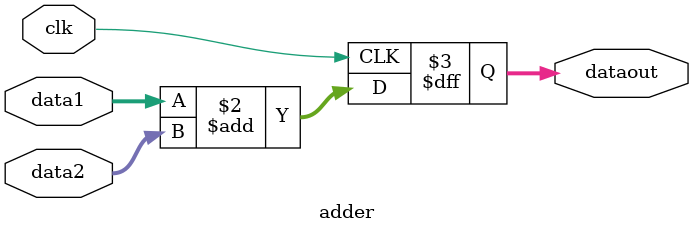
<source format=v>
module adder(   input clk,
                input [7:0] data1,
                input [7:0] data2,
                output reg [7:0] dataout);

    always @(posedge clk) begin
        dataout = data1 + data2;
    end
    
endmodule
</source>
